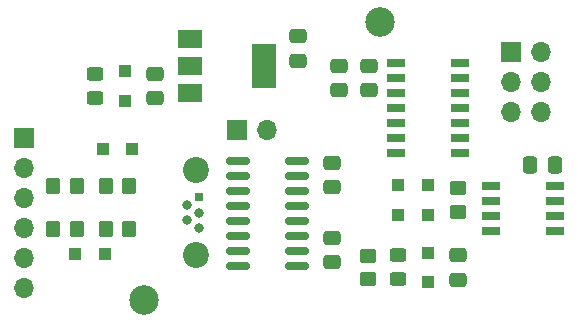
<source format=gts>
%TF.GenerationSoftware,KiCad,Pcbnew,(6.0.2)*%
%TF.CreationDate,2022-08-31T11:18:45+12:00*%
%TF.ProjectId,webasto_heater_controller,77656261-7374-46f5-9f68-65617465725f,1.0*%
%TF.SameCoordinates,Original*%
%TF.FileFunction,Soldermask,Top*%
%TF.FilePolarity,Negative*%
%FSLAX46Y46*%
G04 Gerber Fmt 4.6, Leading zero omitted, Abs format (unit mm)*
G04 Created by KiCad (PCBNEW (6.0.2)) date 2022-08-31 11:18:45*
%MOMM*%
%LPD*%
G01*
G04 APERTURE LIST*
G04 Aperture macros list*
%AMRoundRect*
0 Rectangle with rounded corners*
0 $1 Rounding radius*
0 $2 $3 $4 $5 $6 $7 $8 $9 X,Y pos of 4 corners*
0 Add a 4 corners polygon primitive as box body*
4,1,4,$2,$3,$4,$5,$6,$7,$8,$9,$2,$3,0*
0 Add four circle primitives for the rounded corners*
1,1,$1+$1,$2,$3*
1,1,$1+$1,$4,$5*
1,1,$1+$1,$6,$7*
1,1,$1+$1,$8,$9*
0 Add four rect primitives between the rounded corners*
20,1,$1+$1,$2,$3,$4,$5,0*
20,1,$1+$1,$4,$5,$6,$7,0*
20,1,$1+$1,$6,$7,$8,$9,0*
20,1,$1+$1,$8,$9,$2,$3,0*%
G04 Aperture macros list end*
%ADD10C,2.500000*%
%ADD11RoundRect,0.250000X-0.450000X0.350000X-0.450000X-0.350000X0.450000X-0.350000X0.450000X0.350000X0*%
%ADD12R,1.550000X0.650000*%
%ADD13R,2.000000X1.500000*%
%ADD14R,2.000000X3.800000*%
%ADD15R,1.000000X1.000000*%
%ADD16RoundRect,0.250000X-0.475000X0.337500X-0.475000X-0.337500X0.475000X-0.337500X0.475000X0.337500X0*%
%ADD17R,0.800000X0.800000*%
%ADD18C,0.800000*%
%ADD19C,2.200000*%
%ADD20R,1.500000X0.650000*%
%ADD21RoundRect,0.250000X0.450000X-0.350000X0.450000X0.350000X-0.450000X0.350000X-0.450000X-0.350000X0*%
%ADD22RoundRect,0.250000X0.350000X0.450000X-0.350000X0.450000X-0.350000X-0.450000X0.350000X-0.450000X0*%
%ADD23RoundRect,0.250000X0.337500X0.475000X-0.337500X0.475000X-0.337500X-0.475000X0.337500X-0.475000X0*%
%ADD24RoundRect,0.250000X0.450000X-0.325000X0.450000X0.325000X-0.450000X0.325000X-0.450000X-0.325000X0*%
%ADD25R,1.700000X1.700000*%
%ADD26O,1.700000X1.700000*%
%ADD27RoundRect,0.150000X-0.825000X-0.150000X0.825000X-0.150000X0.825000X0.150000X-0.825000X0.150000X0*%
%ADD28RoundRect,0.250000X0.475000X-0.337500X0.475000X0.337500X-0.475000X0.337500X-0.475000X-0.337500X0*%
%ADD29RoundRect,0.250000X-0.350000X-0.450000X0.350000X-0.450000X0.350000X0.450000X-0.350000X0.450000X0*%
G04 APERTURE END LIST*
D10*
%TO.C,REF\u002A\u002A*%
X153700000Y-77750000D03*
%TD*%
D11*
%TO.C,R6*%
X152645000Y-97525000D03*
X152645000Y-99525000D03*
%TD*%
D10*
%TO.C,REF\u002A\u002A*%
X133700000Y-101250000D03*
%TD*%
D12*
%TO.C,U3*%
X163025000Y-91595000D03*
X163025000Y-92865000D03*
X163025000Y-94135000D03*
X163025000Y-95405000D03*
X168475000Y-95405000D03*
X168475000Y-94135000D03*
X168475000Y-92865000D03*
X168475000Y-91595000D03*
%TD*%
D13*
%TO.C,U1*%
X137530000Y-79190000D03*
D14*
X143830000Y-81490000D03*
D13*
X137530000Y-81490000D03*
X137530000Y-83790000D03*
%TD*%
D15*
%TO.C,D2*%
X130195000Y-88500000D03*
X132695000Y-88500000D03*
%TD*%
D16*
%TO.C,C6*%
X149595000Y-89677500D03*
X149595000Y-91752500D03*
%TD*%
D15*
%TO.C,D6*%
X157725000Y-97275000D03*
X157725000Y-99775000D03*
%TD*%
D16*
%TO.C,C4*%
X150210000Y-81462500D03*
X150210000Y-83537500D03*
%TD*%
D15*
%TO.C,D1*%
X132080000Y-84435000D03*
X132080000Y-81935000D03*
%TD*%
D17*
%TO.C,J3*%
X138320000Y-92590000D03*
D18*
X137320000Y-93240000D03*
X138320000Y-93890000D03*
X137320000Y-94540000D03*
X138320000Y-95190000D03*
D19*
X138100000Y-90315000D03*
X138100000Y-97465000D03*
%TD*%
D20*
%TO.C,U2*%
X155050000Y-81190000D03*
X155050000Y-82460000D03*
X155050000Y-83730000D03*
X155050000Y-85000000D03*
X155050000Y-86270000D03*
X155050000Y-87540000D03*
X155050000Y-88810000D03*
X160450000Y-88810000D03*
X160450000Y-87540000D03*
X160450000Y-86270000D03*
X160450000Y-85000000D03*
X160450000Y-83730000D03*
X160450000Y-82460000D03*
X160450000Y-81190000D03*
%TD*%
D21*
%TO.C,R5*%
X160265000Y-93810000D03*
X160265000Y-91810000D03*
%TD*%
D22*
%TO.C,R4*%
X132445000Y-95250000D03*
X130445000Y-95250000D03*
%TD*%
D23*
%TO.C,C5*%
X168437500Y-89900000D03*
X166362500Y-89900000D03*
%TD*%
D24*
%TO.C,F1*%
X129540000Y-84210000D03*
X129540000Y-82160000D03*
%TD*%
D25*
%TO.C,J2*%
X123500000Y-87590000D03*
D26*
X123500000Y-90130000D03*
X123500000Y-92670000D03*
X123500000Y-95210000D03*
X123500000Y-97750000D03*
X123500000Y-100290000D03*
%TD*%
D15*
%TO.C,D5*%
X155185000Y-91560000D03*
X155185000Y-94060000D03*
%TD*%
D24*
%TO.C,D7*%
X155185000Y-99550000D03*
X155185000Y-97500000D03*
%TD*%
D16*
%TO.C,C2*%
X146685000Y-78972500D03*
X146685000Y-81047500D03*
%TD*%
D15*
%TO.C,D4*%
X157725000Y-94060000D03*
X157725000Y-91560000D03*
%TD*%
D16*
%TO.C,C3*%
X152750000Y-81462500D03*
X152750000Y-83537500D03*
%TD*%
D25*
%TO.C,J1*%
X164725000Y-80275000D03*
D26*
X167265000Y-80275000D03*
X164725000Y-82815000D03*
X167265000Y-82815000D03*
X164725000Y-85355000D03*
X167265000Y-85355000D03*
%TD*%
D22*
%TO.C,R3*%
X132445000Y-91675000D03*
X130445000Y-91675000D03*
%TD*%
D27*
%TO.C,U4*%
X141670000Y-89535000D03*
X141670000Y-90805000D03*
X141670000Y-92075000D03*
X141670000Y-93345000D03*
X141670000Y-94615000D03*
X141670000Y-95885000D03*
X141670000Y-97155000D03*
X141670000Y-98425000D03*
X146620000Y-98425000D03*
X146620000Y-97155000D03*
X146620000Y-95885000D03*
X146620000Y-94615000D03*
X146620000Y-93345000D03*
X146620000Y-92075000D03*
X146620000Y-90805000D03*
X146620000Y-89535000D03*
%TD*%
D16*
%TO.C,C8*%
X160265000Y-97487500D03*
X160265000Y-99562500D03*
%TD*%
D28*
%TO.C,C1*%
X134620000Y-84222500D03*
X134620000Y-82147500D03*
%TD*%
D29*
%TO.C,R2*%
X126000000Y-95250000D03*
X128000000Y-95250000D03*
%TD*%
D28*
%TO.C,C7*%
X149595000Y-98102500D03*
X149595000Y-96027500D03*
%TD*%
D15*
%TO.C,D3*%
X130350000Y-97400000D03*
X127850000Y-97400000D03*
%TD*%
D29*
%TO.C,R1*%
X126000000Y-91675000D03*
X128000000Y-91675000D03*
%TD*%
D25*
%TO.C,JP1*%
X141560000Y-86900000D03*
D26*
X144100000Y-86900000D03*
%TD*%
M02*

</source>
